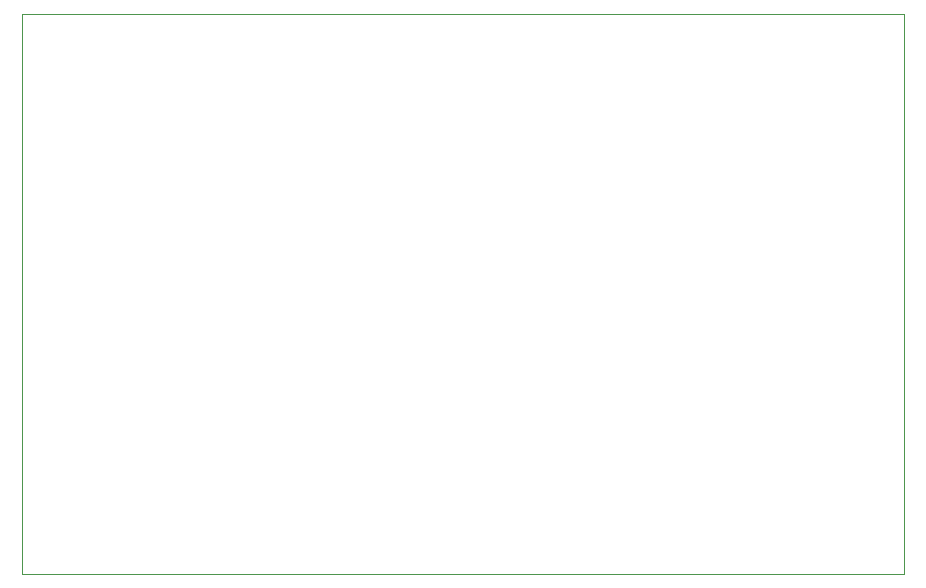
<source format=gbr>
%TF.GenerationSoftware,KiCad,Pcbnew,9.0.3*%
%TF.CreationDate,2025-09-16T13:15:07-03:00*%
%TF.ProjectId,ProjetoSeguidorDeLinhaV2,50726f6a-6574-46f5-9365-677569646f72,rev?*%
%TF.SameCoordinates,Original*%
%TF.FileFunction,Profile,NP*%
%FSLAX46Y46*%
G04 Gerber Fmt 4.6, Leading zero omitted, Abs format (unit mm)*
G04 Created by KiCad (PCBNEW 9.0.3) date 2025-09-16 13:15:07*
%MOMM*%
%LPD*%
G01*
G04 APERTURE LIST*
%TA.AperFunction,Profile*%
%ADD10C,0.050000*%
%TD*%
G04 APERTURE END LIST*
D10*
X132820000Y-64550000D02*
X207440000Y-64550000D01*
X207440000Y-111940000D01*
X132820000Y-111940000D01*
X132820000Y-64550000D01*
M02*

</source>
